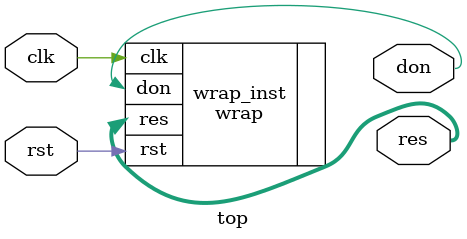
<source format=sv>
module top (
  input  logic        clk,
  input  logic        rst,
  output logic [31:0] res,
  output logic        don
);

  wrap wrap_inst (
    .clk (clk),
    .rst (rst),
    .res (res),
    .don (don)
  );

endmodule
</source>
